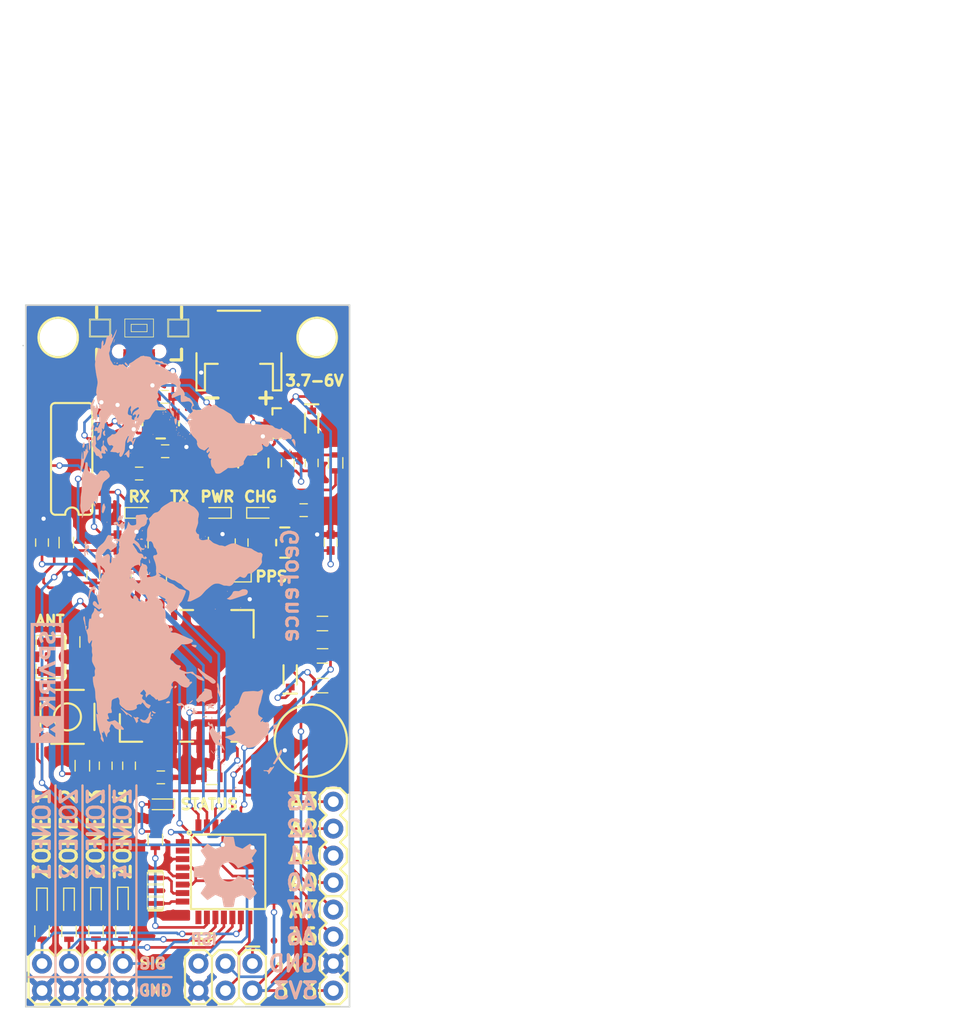
<source format=kicad_pcb>
(kicad_pcb (version 20221018) (generator pcbnew)
  (layers (0 "F.Cu" signal "Top") (31 "B.Cu" signal "Bottom") (34 "B.Paste" user) (35 "F.Paste" user) (36 "B.SilkS" user "B.Silkscreen") (37 "F.SilkS" user "F.Silkscreen") (38 "B.Mask" user) (39 "F.Mask" user) (44 "Edge.Cuts" user))
  (net 0 "")
  (net 1 "GND")
  (net 2 "Net-(C1-Pad1)")
  (net 3 "Net-(D2-PadC)")
  (net 4 "Net-(J1-PadFEED)")
  (net 5 "Net-(U1-Pad15)")
  (net 6 "Net-(U1-Pad17)")
  (net 7 "Net-(U1-Pad18)")
  (net 8 "/BACKUP")
  (net 9 "Net-(C2-Pad1)")
  (net 10 "Net-(C3-Pad1)")
  (net 11 "+3V3")
  (net 12 "/ATRESET")
  (net 13 "/DTR")
  (net 14 "Net-(C10-Pad1)")
  (net 15 "Net-(C13-Pad1)")
  (net 16 "/TXO")
  (net 17 "+5V")
  (net 18 "/MISO")
  (net 19 "/SCK")
  (net 20 "/MOSI")
  (net 21 "/A6")
  (net 22 "/A7")
  (net 23 "/A0")
  (net 24 "/D7")
  (net 25 "/D8")
  (net 26 "/D9")
  (net 27 "/D10")
  (net 28 "/PPS")
  (net 29 "Net-(Q1-Pad1)")
  (net 30 "Net-(Q1-Pad3)")
  (net 31 "/WAKE")
  (net 32 "Net-(D5-Pad2)")
  (net 33 "/~{RESET}")
  (net 34 "Net-(D6-Pad2)")
  (net 35 "Net-(D7-Pad2)")
  (net 36 "/SCL")
  (net 37 "/SDA")
  (net 38 "Net-(D8-Pad2)")
  (net 39 "/STATUS")
  (net 40 "/INT")
  (net 41 "Net-(U1-Pad19)")
  (net 42 "Net-(U1-Pad20)")
  (net 43 "Net-(U1-Pad23)")
  (net 44 "/RXI")
  (net 45 "Net-(U3-Pad10)")
  (net 46 "Net-(U3-Pad11)")
  (net 47 "Net-(U3-Pad12)")
  (net 48 "Net-(U3-Pad14)")
  (net 49 "Net-(U3-Pad15)")
  (net 50 "Net-(U4-Pad4)")
  (net 51 "/D4")
  (net 52 "/D5")
  (net 53 "/A1")
  (net 54 "/A2")
  (net 55 "/A3")
  (net 56 "Net-(D1-Pad2)")
  (net 57 "Net-(D3-Pad2)")
  (net 58 "Net-(D4-Pad2)")
  (net 59 "Net-(D9-Pad2)")
  (net 60 "Net-(C6-Pad1)")
  (net 61 "Net-(J2-PadD+)")
  (net 62 "Net-(J2-PadD-)")
  (net 63 "Net-(J2-PadSHIE)")
  (net 64 "V_BATT")
  (net 65 "Net-(D11-Pad2)")
  (net 66 "Net-(D11-Pad1)")
  (net 67 "Net-(D12-Pad2)")
  (net 68 "Net-(R16-Pad1)")
  (footprint "Capacitors_SMD:C_0603" (layer "F.Cu") (at 158.242 92.964)
    (fp_text reference "C7")
    (fp_text value "2.2uF")
  )
  (footprint "Capacitors_SMD:C_0603" (layer "F.Cu") (at 144.792 118.11)
    (fp_text reference "C8")
    (fp_text value "1.0uF")
  )
  (footprint "Capacitors_SMD:C_0603" (layer "F.Cu") (at 140.716 96.012 90)
    (fp_text reference "C9")
    (fp_text value "0.1uF")
  )
  (footprint "Capacitors_SMD:C_0603" (layer "F.Cu") (at 133.604 96.012 90)
    (fp_text reference "C10")
    (fp_text value "0.1uF")
  )
  (footprint "Capacitors_SMD:C_0603" (layer "F.Cu") (at 152.4 96.012 90)
    (fp_text reference "C11")
    (fp_text value "0.1uF")
  )
  (footprint "Capacitors_SMD:C_0603" (layer "F.Cu") (at 138.43 99.06 90)
    (fp_text reference "C12")
    (fp_text value "1.0uF")
  )
  (footprint "Capacitors_SMD:C_0603" (layer "F.Cu") (at 139.6 117.016 -90)
    (fp_text reference "C13")
    (fp_text value "0.1uF")
  )
  (footprint "Capacitors_SMD:C_0603" (layer "F.Cu") (at 141.8 117.016 -90)
    (fp_text reference "C14")
    (fp_text value "1.0uF")
  )
  (footprint "Connectors:2X4" (layer "F.Cu") (at 137.414 136.906)
    (fp_text reference "J6")
    (fp_text value "CONN_04X2")
  )
  (footprint "Clocks:RESONATOR-SMD-3.2X1.3" (layer "F.Cu") (at 144.272 128.778 -90)
    (fp_text reference "Q1")
    (fp_text value "8/16/20MHz")
  )
  (footprint "Resistors_SMD:R_0603" (layer "F.Cu") (at 160.02 109.474)
    (fp_text reference "R4")
    (fp_text value "1k")
  )
  (footprint "Resistors_SMD:R_0603" (layer "F.Cu") (at 146 99.216 90)
    (fp_text reference "R9")
    (fp_text value "10k")
  )
  (footprint "Resistors_SMD:R_0603" (layer "F.Cu") (at 136.144 132.6 90)
    (fp_text reference "R10")
    (fp_text value "470")
  )
  (footprint "Resistors_SMD:R_0603" (layer "F.Cu") (at 160.008 103.632)
    (fp_text reference "R12")
    (fp_text value "4.7k")
  )
  (footprint "Resistors_SMD:R_0603" (layer "F.Cu") (at 160.02 106.68 180)
    (fp_text reference "R13")
    (fp_text value "4.7k")
  )
  (footprint "Resistors_SMD:R_0603" (layer "F.Cu") (at 141.224 132.588 90)
    (fp_text reference "R14")
    (fp_text value "470")
  )
  (footprint "Resistors_SMD:R_0603" (layer "F.Cu") (at 144.272 123.952 -90)
    (fp_text reference "R15")
    (fp_text value "470")
  )
  (footprint "IC:SO16" (layer "F.Cu") (at 136.398 88.138 90)
    (fp_text reference "U3")
    (fp_text value "CH340G")
  )
  (footprint "IC:TQFP32-08" (layer "F.Cu") (at 151.13 127)
    (fp_text reference "U5")
    (fp_text value "ATMEGA328")
  )
  (footprint "Clocks:CRYSTAL-SMD-3.2X2.5MM" (layer "F.Cu") (at 144.78 84.836 180)
    (fp_text reference "Y1")
    (fp_text value "12MHz")
  )
  (footprint "Connectors:1X04" (layer "F.Cu") (at 161.036 138.176 90)
    (fp_text reference "J4")
    (fp_text value "CONN_04")
  )
  (footprint "SparkX:SparkX-6.8MM_COIN_CELL" (layer "F.Cu") (at 158.9151 114.6556 -135)
    (fp_text reference "B1")
    (fp_text value "COIN CELL")
  )
  (footprint "Capacitors_SMD:C_0603" (layer "F.Cu") (at 145.2 87.416)
    (fp_text reference "C1")
    (fp_text value "10pF")
  )
  (footprint "Capacitors_SMD:C_0603" (layer "F.Cu") (at 145.15 82.296 180)
    (fp_text reference "C2")
    (fp_text value "10pF")
  )
  (footprint "Capacitors_SMD:C_0603" (layer "F.Cu") (at 142.75 89.516)
    (fp_text reference "C3")
    (fp_text value "10nF")
  )
  (footprint "Capacitors_SMD:C_0603" (layer "F.Cu") (at 142.6 99.216 -90)
    (fp_text reference "C4")
    (fp_text value "0.1uF")
  )
  (footprint "LEDs:LED_0603" (layer "F.Cu") (at 152 99.216 180)
    (fp_text reference "D1")
    (fp_text value "Blue")
  )
  (footprint "DiscreteSemi:SparkFun-DiscreteSemi-SOD-323" (layer "F.Cu") (at 156.972 108.458 90)
    (fp_text reference "D2")
    (fp_text value "0.5A/40V/420mV")
  )
  (footprint "LEDs:LED_0603" (layer "F.Cu") (at 133.604 129.832 -90)
    (fp_text reference "D5")
    (fp_text value "Blue")
  )
  (footprint "LEDs:LED_0603" (layer "F.Cu") (at 136.144 129.832 -90)
    (fp_text reference "D6")
    (fp_text value "Blue")
  )
  (footprint "LEDs:LED_0603" (layer "F.Cu") (at 138.684 129.794 -90)
    (fp_text reference "D7")
    (fp_text value "Blue")
  )
  (footprint "LEDs:LED_0603" (layer "F.Cu") (at 141.224 129.756 -90)
    (fp_text reference "D8")
    (fp_text value "Blue")
  )
  (footprint "LEDs:LED_0603" (layer "F.Cu") (at 144.78 120.65 180)
    (fp_text reference "D9")
    (fp_text value "Blue")
  )
  (footprint "Inductors_SMD:L_0603" (layer "F.Cu") (at 137.4 117.016 90)
    (fp_text reference "FB1")
    (fp_text value "600Ohm/100MHz")
  )
  (footprint "SparkX:SparkX-U.FL" (layer "F.Cu") (at 134.35 106.766)
    (fp_text reference "J1")
    (fp_text value "U.FL")
  )
  (footprint "Connectors:USB-B-MICRO-SMD" (layer "F.Cu") (at 142.748 75.819 -90)
    (fp_text reference "J2")
    (fp_text value "microB")
  )
  (footprint "Connectors:2X3" (layer "F.Cu") (at 153.416 135.636 180)
    (fp_text reference "J3")
    (fp_text value "AVR_SPI_PROG_3X2PTH")
  )
  (footprint "Connectors:1X04" (layer "F.Cu") (at 161.036 128.016 90)
    (fp_text reference "J5")
    (fp_text value "CONN_04")
  )
  (footprint "Aesthetics:FIDUCIAL-MICRO" (layer "F.Cu") (at 155.448 133.477)
    (fp_text reference "JP2")
    (fp_text value "FIDUCIALUFIDUCIAL")
  )
  (footprint "Aesthetics:FIDUCIAL-MICRO" (layer "F.Cu") (at 132.842 80.518)
    (fp_text reference "JP6")
    (fp_text value "FIDUCIALUFIDUCIAL")
  )
  (footprint "Inductors_SMD:L_0603" (layer "F.Cu") (at 137.85 105.366 90)
    (fp_text reference "L1")
    (fp_text value "33nH/~{5%/500mA}")
  )
  (footprint "Resistors_SMD:R_0603" (layer "F.Cu") (at 146.5 96.012 90)
    (fp_text reference "R1")
    (fp_text value "1k")
  )
  (footprint "Resistors_SMD:R_0603" (layer "F.Cu") (at 144.272 96.012 -90)
    (fp_text reference "R2")
    (fp_text value "470")
  )
  (footprint "Resistors_SMD:R_0603" (layer "F.Cu") (at 148.4 99.216 -90)
    (fp_text reference "R3")
    (fp_text value "470")
  )
  (footprint "Resistors_SMD:R_0603" (layer "F.Cu") (at 135.89 96.012 -90)
    (fp_text reference "R6")
    (fp_text value "10k")
  )
  (footprint "Resistors_SMD:R_0603" (layer "F.Cu") (at 149.606 118.11 180)
    (fp_text reference "R7")
    (fp_text value "10k")
  )
  (footprint "Resistors_SMD:R_0603" (layer "F.Cu") (at 133.604 132.588 90)
    (fp_text reference "R8")
    (fp_text value "470")
  )
  (footprint "Resistors_SMD:R_0603" (layer "F.Cu") (at 138.684 132.576 90)
    (fp_text reference "R11")
    (fp_text value "470")
  )
  (footprint "Switches:TACTILE_SWITCH_SMD_5.2MM" (layer "F.Cu") (at 136 112.416)
    (fp_text reference "S1")
    (fp_text value "Reset")
  )
  (footprint "SparkX:SparkX-TITAN_X1_GPS" (layer "F.Cu") (at 147.2311 108.5596)
    (fp_text reference "U1")
    (fp_text value "TITAN X1 GPS")
  )
  (footprint "Capacitors_SMD:C_0603" (layer "F.Cu") (at 159 88.516 -90)
    (fp_text reference "C15")
    (fp_text value "4.7uF")
  )
  (footprint "DiscreteSemi:SparkFun-DiscreteSemi-SOD-323" (layer "F.Cu") (at 159 84.766 -90)
    (fp_text reference "D10")
    (fp_text value "BAT20J")
  )
  (footprint "DiscreteSemi:SparkFun-DiscreteSemi-SOT23-3" (layer "F.Cu") (at 156 84.766 90)
    (fp_text reference "Q2")
    (fp_text value "2.5A/30V")
  )
  (footprint "Resistors_SMD:R_0603" (layer "F.Cu") (at 148.75 86.016 180)
    (fp_text reference "R16")
    (fp_text value "2.0k")
  )
  (footprint "Resistors_SMD:R_0603" (layer "F.Cu") (at 161.25 88.516 -90)
    (fp_text reference "R17")
    (fp_text value "1k")
  )
  (footprint "IC:SOT23-5" (layer "F.Cu") (at 153.5 88.516)
    (fp_text reference "U6")
    (fp_text value "MCP73831")
  )
  (footprint "Capacitors_SMD:C_0603" (layer "F.Cu") (at 156.75 88.516 90)
    (fp_text reference "C5")
    (fp_text value "4.7uF")
  )
  (footprint "Capacitors_SMD:C_0603" (layer "F.Cu") (at 160.782 96.012 90)
    (fp_text reference "C6")
    (fp_text value "1.0uF")
  )
  (footprint "IC:SOT23-5" (layer "F.Cu") (at 156.464 96.012 90)
    (fp_text reference "U4")
    (fp_text value "AP2112K-3.3V")
  )
  (footprint "LEDs:LED_0603" (layer "F.Cu") (at 146.558 93.218)
    (fp_text reference "D3")
    (fp_text value "Yellow")
  )
  (footprint "LEDs:LED_0603" (layer "F.Cu") (at 142.71 93.218)
    (fp_text reference "D4")
    (fp_text value "GREEN")
  )
  (footprint "LEDs:LED_0603" (layer "F.Cu") (at 154.178 93.218)
    (fp_text reference "D11")
    (fp_text value "Yellow")
  )
  (footprint "LEDs:LED_0603" (layer "F.Cu") (at 150.114 93.218 180)
    (fp_text reference "D12")
    (fp_text value "Red")
  )
  (footprint "Connectors:JST-2-SMD" (layer "F.Cu") (at 152.146 77.1906)
    (fp_text reference "JP8")
    (fp_text value "LiPo")
  )
  (footprint "Resistors_SMD:R_0603" (layer "F.Cu") (at 148.75 84.266 180)
    (fp_text reference "R5")
    (fp_text value "10k")
  )
  (footprint "Resistors_SMD:R_0603" (layer "F.Cu") (at 148.59 96.012 90)
    (fp_text reference "R18")
    (fp_text value "1k")
  )
  (footprint "Hardware:STAND-OFF" (layer "F.Cu") (at 159.512 76.708)
    (fp_text reference "H1")
    (fp_text value "STAND-OFF")
  )
  (footprint "Hardware:STAND-OFF" (layer "F.Cu") (at 135.128 76.708)
    (fp_text reference "H2")
    (fp_text value "STAND-OFF")
  )
  (footprint "Custom_Silk:worldmap_silk" (layer "B.Cu") (at 147.32 98.298 -90)
    (fp_text reference "G***" hide)
    (fp_text value "LOGO" hide)
  )
  (footprint "Custom_Silk:SparkX_Logo" (layer "B.Cu") (at 134.112 109.22 -90)
    (fp_text reference "G***")
    (fp_text value "LOGO")
  )
  (footprint "Symbols:OSHW-Symbol_6.7x6mm_SilkScreen" (layer "B.Cu") (at 150.876 127 -90)
    (fp_text reference "REF***")
    (fp_text value "OSHW-Symbol_6.7x6mm_SilkScreen")
  )
  (gr_line (start 139.954 118.872) (end 139.954 138.684) (stroke (width 0.2)) (layer "B.SilkS"))
  (gr_line (start 142.494 118.872) (end 142.494 138.684) (stroke (width 0.2)) (layer "B.SilkS"))
  (gr_line (start 137.414 118.872) (end 137.414 138.684) (stroke (width 0.2)) (layer "B.SilkS"))
  (gr_line (start 134.874 118.872) (end 134.874 138.684) (stroke (width 0.2)) (layer "B.SilkS"))
  (gr_line (start 132.334 136.906) (end 145.796 136.906) (stroke (width 0.2)) (layer "B.SilkS"))
  (gr_line (start 142.494 134.874) (end 142.494 118.872) (stroke (width 0.2)) (layer "F.SilkS"))
  (gr_line (start 134.874 138.684) (end 134.874 118.872) (stroke (width 0.2)) (layer "F.SilkS"))
  (gr_line (start 132.334 136.906) (end 145.796 136.906) (stroke (width 0.2)) (layer "F.SilkS"))
  (gr_line (start 137.414 138.684) (end 137.414 118.872) (stroke (width 0.2)) (layer "F.SilkS"))
  (gr_line (start 139.954 138.684) (end 139.954 118.872) (stroke (width 0.2)) (layer "F.SilkS"))
  (gr_line (start 132.08 139.7) (end 132.08 139.7) (stroke (width 0.15)) (layer "Edge.Cuts"))
  (gr_line (start 131.826 77.47) (end 131.826 77.47) (stroke (width 0.15)) (layer "Edge.Cuts"))
  (gr_line (start 162.56 73.66) (end 162.56 139.7) (stroke (width 0.15)) (layer "Edge.Cuts"))
  (gr_line (start 132.08 139.7) (end 132.08 73.66) (stroke (width 0.15)) (layer "Edge.Cuts"))
  (gr_line (start 162.56 73.66) (end 132.08 73.66) (stroke (width 0.15)) (layer "Edge.Cuts"))
  (gr_line (start 132.08 139.7) (end 162.56 139.7) (stroke (width 0.15)) (layer "Edge.Cuts"))
  (gr_text "ZONE 1" (at 133.604 123.444 90) (layer "B.SilkS") (effects (font (size 1.5 1.5) (thickness 0.3)) (justify mirror)))
  (gr_text "ZONE 2" (at 136.144 123.444 90) (layer "B.SilkS") (effects (font (size 1.5 1.5) (thickness 0.3)) (justify mirror)))
  (gr_text "ZONE 3\n" (at 138.684 123.444 90) (layer "B.SilkS") (effects (font (size 1.5 1.5) (thickness 0.3)) (justify mirror)))
  (gr_text "ZONE 4" (at 141.224 123.444 90) (layer "B.SilkS") (effects (font (size 1.5 1.5) (thickness 0.3)) (justify mirror)))
  (gr_text "SIG" (at 144.018 135.636) (layer "B.SilkS") (effects (font (size 1 1) (thickness 0.25)) (justify mirror)))
  (gr_text "GND" (at 144.272 138.176) (layer "B.SilkS") (effects (font (size 1 1) (thickness 0.25)) (justify mirror)))
  (gr_text "ISP" (at 148.844 133.35) (layer "B.SilkS") (effects (font (size 1 1) (thickness 0.25)) (justify mirror)))
  (gr_text "3V3" (at 157.48 138.176) (layer "B.SilkS") (effects (font (size 1.5 1.5) (thickness 0.3)) (justify mirror)))
  (gr_text "GND" (at 157.226 135.636) (layer "B.SilkS") (effects (font (size 1.5 1.5) (thickness 0.3)) (justify mirror)))
  (gr_text "A6" (at 157.988 133.096) (layer "B.SilkS") (effects (font (size 1.5 1.5) (thickness 0.3)) (justify mirror)))
  (gr_text "A7" (at 157.988 130.556) (layer "B.SilkS") (effects (font (size 1.5 1.5) (thickness 0.3)) (justify mirror)))
  (gr_text "A0" (at 157.988 128.016) (layer "B.SilkS") (effects (font (size 1.5 1.5) (thickness 0.3)) (justify mirror)))
  (gr_text "A1" (at 157.988 125.476) (layer "B.SilkS") (effects (font (size 1.5 1.5) (thickness 0.3)) (justify mirror)))
  (gr_text "A2" (at 157.988 122.936) (layer "B.SilkS") (effects (font (size 1.5 1.5) (thickness 0.3)) (justify mirror)))
  (gr_text "A3" (at 157.988 120.396) (layer "B.SilkS") (effects (font (size 1.5 1.5) (thickness 0.3)) (justify mirror)))
  (gr_text "GeoFence" (at 156.972 100.076 90) (layer "B.SilkS") (effects (font (size 1.5 1.5) (thickness 0.3)) (justify mirror)))
  (gr_text "TX" (at 146.558 91.694) (layer "F.SilkS") (effects (font (size 1 1) (thickness 0.25))))
  (gr_text "A6" (at 158.242 133.096) (layer "F.SilkS") (effects (font (size 1.5 1.5) (thickness 0.3))))
  (gr_text "PWR" (at 150.114 91.694) (layer "F.SilkS") (effects (font (size 1 1) (thickness 0.25))))
  (gr_text "GND" (at 144.272 138.176) (layer "F.SilkS") (effects (font (size 1 1) (thickness 0.25))))
  (gr_text "+" (at 154.686 82.296) (layer "F.SilkS") (effects (font (size 1.5 1.5) (thickness 0.3))))
  (gr_text "3V3" (at 157.48 138.176) (layer "F.SilkS") (effects (font (size 1.5 1.5) (thickness 0.3))))
  (gr_text "-" (at 149.606 82.296) (layer "F.SilkS") (effects (font (size 1.5 1.5) (thickness 0.3))))
  (gr_text "GND" (at 157.226 135.636) (layer "F.SilkS") (effects (font (size 1.5 1.5) (thickness 0.3))))
  (gr_text "SIG" (at 144.018 135.636) (layer "F.SilkS") (effects (font (size 1 1) (thickness 0.25))))
  (gr_text "STATUS" (at 149.352 120.65) (layer "F.SilkS") (effects (font (size 1 1) (thickness 0.25))))
  (gr_text "CHG" (at 154.178 91.694) (layer "F.SilkS") (effects (font (size 1 1) (thickness 0.25))))
  (gr_text "ZONE 1" (at 133.604 123.444 90) (layer "F.SilkS") (effects (font (size 1.5 1.5) (thickness 0.3))))
  (gr_text "RX" (at 142.748 91.694) (layer "F.SilkS") (effects (font (size 1 1) (thickness 0.25))))
  (gr_text "A3" (at 158.242 120.396) (layer "F.SilkS") (effects (font (size 1.5 1.5) (thickness 0.3))))
  (gr_text "3.7-6V" (at 159.258 80.772) (layer "F.SilkS") (effects (font (size 1 1) (thickness 0.25))))
  (gr_text "ANT" (at 134.366 103.378) (layer "F.SilkS") (effects (font (size 1 1) (thickness 0.25))))
  (gr_text "PPS" (at 155.2 99.216) (layer "F.SilkS") (effects (font (size 1 1) (thickness 0.25))))
  (gr_text "ISP" (at 148.844 133.35) (layer "F.SilkS") (effects (font (size 1 1) (thickness 0.25))))
  (gr_text "ZONE 2" (at 136.144 123.444 90) (layer "F.SilkS") (effects (font (size 1.5 1.5) (thickness 0.3))))
  (gr_text "A0" (at 158.242 128.016) (layer "F.SilkS") (effects (font (size 1.5 1.5) (thickness 0.3))))
  (gr_text "A7" (at 158.242 130.556) (layer "F.SilkS") (effects (font (size 1.5 1.5) (thickness 0.3))))
  (gr_text "A2" (at 158.242 122.936) (layer "F.SilkS") (effects (font (size 1.5 1.5) (thickness 0.3))))
  (gr_text "ZONE 3\n" (at 138.684 123.444 90) (layer "F.SilkS") (effects (font (size 1.5 1.5) (thickness 0.3))))
  (gr_text "ZONE 4" (at 141.224 123.444 90) (layer "F.SilkS") (effects (font (size 1.5 1.5) (thickness 0.3))))
  (gr_text "A1" (at 158.242 125.476) (layer "F.SilkS") (effects (font (size 1.5 1.5) (thickness 0.3))))
  (segment (start 145.9524 125.80112) (end 146.8374 125.80112) (width 0.25) (layer "F.Cu") (net 1))
  (segment (start 142.23219 105.55986) (end 142.27605 105.516) (width 0.25) (layer "F.Cu") (net 1))
  (segment (start 134.747 83.693) (end 133.59892 83.693) (width 0.25) (layer "F.Cu") (net 1))
  (segment (start 145.542 126.21152) (end 145.9524 125.80112) (width 0.25) (layer "F.Cu") (net 1))
  (segment (start 142.89024 83.96224) (end 142.24 83.312) (width 0.25) (layer "F.Cu") (net 1))
  (segment (start 136.706 98.31) (end 136 99.016) (width 0.25) (layer "F.Cu") (net 1))
  (segment (start 145.9524 127.39878) (end 145.542 126.98838) (width 0.25) (layer "F.Cu") (net 1))
  (segment (start 145.95 85.71324) (end 145.95348 85.70976) (width 0.25) (layer "F.Cu") (net 1))
  (segment (start 143.5 88.516) (end 142 87.016) (width 0.25) (layer "F.Cu") (net 1))
  (segment (start 150.914 91.73) (end 150.914 93.218) (width 0.25) (layer "F.Cu") (net 1))
  (segment (start 156.464 116.04703) (end 156.464 115.57) (width 0.25) (layer "F.Cu") (net 1))
  (segment (start 143 107.766) (end 142.80584 107.96016) (width 0.25) (layer "F.Cu") (net 1))
  (segment (start 157.76194 96.012) (end 158.75 96.012) (width 0.25) (layer "F.Cu") (net 1))
  (segment (start 152.8 100.984) (end 153.162 101.346) (width 0.25) (layer "F.Cu") (net 1))
  (segment (start 141.45006 80.20939) (end 141.478 80.23733) (width 0.25) (layer "F.Cu") (net 1))
  (segment (start 143.3 82.85581) (end 143.3 82.516) (width 0.25) (layer "F.Cu") (net 1))
  (segment (start 142.80584 107.96016) (end 140.9827 107.96016) (width 0.25) (layer "F.Cu") (net 1))
  (segment (start 142.6 99.966) (end 142.6 99.991) (width 0.25) (layer "F.Cu") (net 1))
  (segment (start 141.478 81.026) (end 137.414 81.026) (width 0.25) (layer "F.Cu") (net 1))
  (segment (start 159 89.266) (end 158.225 89.266) (width 0.25) (layer "F.Cu") (net 1))
  (segment (start 140.9827 110.35792) (end 140.9827 107.96016) (width 0.25) (layer "F.Cu") (net 1))
  (segment (start 158 89.041) (end 158 88.016) (width 0.25) (layer "F.Cu") (net 1))
  (segment (start 151.14778 80.88884) (end 149.46884 80.88884) (width 0.25) (layer "F.Cu") (net 1))
  (segment (start 150.914 93.218) (end 150.914 94.902) (width 0.25) (layer "F.Cu") (net 1))
  (segment (start 140.97 94.234) (end 141.732 94.234) (width 0.25) (layer "F.Cu") (net 1))
  (segment (start 140.9827 105.55986) (end 142.23219 105.55986) (width 0.25) (layer "F.Cu") (net 1))
  (segment (start 150.646 95.262) (end 150.6 95.216) (width 0.25) (layer "F.Cu") (net 1))
  (segment (start 143.60652 83.16233) (end 143.3 82.85581) (width 0.25) (layer "F.Cu") (net 1))
  (segment (start 141.45006 78.92288) (end 141.45006 79.502) (width 0.25) (layer "F.Cu") (net 1))
  (segment (start 139.19708 92.583) (end 139.19708 93.13272) (width 0.25) (layer "F.Cu") (net 1))
  (segment (start 141.45006 79.502) (end 141.45006 80.01) (width 0.25) (layer "F.Cu") (net 1))
  (segment (start 141.45006 80.01) (end 141.45006 80.20939) (width 0.25) (layer "F.Cu") (net 1))
  (segment (start 140.9827 109.15904) (end 140.9827 107.96016) (width 0.25) (layer "F.Cu") (net 1))
  (segment (start 138.43 98.31) (end 136.706 98.31) (width 0.25) (layer "F.Cu") (net 1))
  (segment (start 139.192 93.726) (end 140.462 93.726) (width 0.25) (layer "F.Cu") (net 1))
  (segment (start 152.8 99.216) (end 152.8 100.984) (width 0.25) (layer "F.Cu") (net 1))
  (segment (start 158 88.016) (end 157.75 87.766) (width 0.25) (layer "F.Cu") (net 1))
  (segment (start 145.95 87.416) (end 145.95 85.71324) (width 0.25) (layer "F.Cu") (net 1))
  (segment (start 142.27605 105.516) (end 143 105.516) (width 0.25) (layer "F.Cu") (net 1))
  (segment (start 143.60652 83.96224) (end 142.89024 83.96224) (width 0.25) (layer "F.Cu") (net 1))
  (segment (start 158.75 96.012) (end 159.512 95.25) (width 0.25) (layer "F.Cu") (net 1))
  (segment (start 150.914 94.902) (end 150.6 95.216) (width 0.25) (layer "F.Cu") (net 1))
  (segment (start 139.192 103.21944) (end 139.192 102.87) (width 0.25) (layer "F.Cu") (net 1))
  (segment (start 136.906 98.31) (end 138.43 98.31) (width 0.25) (layer "F.Cu") (net 1))
  (segment (start 146.8 87.416) (end 147.2 87.016) (width 0.25) (layer "F.Cu") (net 1))
  (segment (start 133.604 93.912) (end 133.75 93.766) (width 0.25) (layer "F.Cu") (net 1))
  (segment (start 140.462 93.726) (end 140.97 94.234) (width 0.25) (layer "F.Cu") (net 1))
  (segment (start 140.9827 105.01014) (end 139.192 103.21944) (width 0.25) (layer "F.Cu") (net 1))
  (segment (start 141.732 94.234) (end 142.494 94.996) (width 0.25) (layer "F.Cu") (net 1))
  (segment (start 143.52 82.296) (end 144.4 82.296) (width 0.25) (layer "F.Cu") (net 1))
  (segment (start 146.8374 127.39878) (end 145.9524 127.39878) (width 0.25) (layer "F.Cu") (net 1))
  (segment (start 143.60652 83.96224) (end 143.60652 83.16233) (width 0.25) (layer "F.Cu") (net 1))
  (segment (start 145.95 87.416) (end 146.8 87.416) (width 0.25) (layer "F.Cu") (net 1))
  (segment (start 142.23219 107.96016) (end 142.28803 108.016) (width 0.25) (layer "F.Cu") (net 1))
  (segment (start 149.46884 80.88884) (end 148.59 80.01) (width 0.25) (layer "F.Cu") (net 1))
  (segment (start 145.542 118.11) (end 145.542 116.874) (width 0.25) (layer "F.Cu") (net 1))
  (segment (start 145.542 126.98838) (end 145.542 126.21152) (width 0.25) (layer "F.Cu") (net 1))
  (segment (start 149.09604 89.91204) (end 150.914 91.73) (width 0.25) (layer "F.Cu") (net 1))
  (segment (start 139.19708 93.13272) (end 139.192 93.1378) (width 0.25) (layer "F.Cu") (net 1))
  (segment (start 143.5 89.516) (end 143.5 88.891) (width 0.25) (layer "F.Cu") (net 1))
  (segment (start 143 105.516) (end 143 107.766) (width 0.25) (layer "F.Cu") (net 1))
  (segment (start 145.542 116.874) (end 146.03222 116.38378) (width 0.25) (layer "F.Cu") (net 1))
  (segment (start 152.4 95.262) (end 150.646 95.262) (width 0.25) (layer "F.Cu") (net 1))
  (segment (start 155.4226 126.60122) (end 154.5376 126.60122) (width 0.25) (layer "F.Cu") (net 1))
  (segment (start 158.225 89.266) (end 158 89.041) (width 0.25) (layer "F.Cu") (net 1))
  (segment (start 141.45006 79.68488) (end 141.45006 80.01) (width 0.25) (layer "F.Cu") (net 1))
  (segment (start 153.416 125.47962) (end 153.416 124.714) (width 0.25) (layer "F.Cu") (net 1))
  (segment (start 157.75 87.766) (end 156.75 87.766) (width 0.25) (layer "F.Cu") (net 1))
  (segment (start 154.5376 126.60122) (end 153.416 125.47962) (width 0.25) (layer "F.Cu") (net 1))
  (segment (start 149.09604 89.0437) (end 149.09604 89.91204) (width 0.25) (layer "F.Cu") (net 1))
  (segment (start 137.414 81.026) (end 134.747 83.693) (width 0.25) (layer "F.Cu") (net 1))
  (segment (start 133.604 95.262) (end 133.604 93.912) (width 0.25) (layer "F.Cu") (net 1))
  (segment (start 159.004 92.952) (end 158.992 92.964) (width 0.25) (layer "F.Cu") (net 1))
  (segment (start 140.9827 107.96016) (end 142.23219 107.96016) (width 0.25) (layer "F.Cu") (net 1))
  (segment (start 140.9827 105.55986) (end 140.9827 105.01014) (width 0.25) (layer "F.Cu") (net 1))
  (segment (start 146.03222 116.38378) (end 146.03222 114.808) (width 0.25) (layer "F.Cu") (net 1))
  (segment (start 141.45006 78.54188) (end 141.45006 79.502) (width 0.25) (layer "F.Cu") (net 1))
  (segment (start 143.5 88.891) (end 143.5 88.516) (width 0.25) (layer "F.Cu") (net 1))
  (segment (start 139.192 93.1378) (end 139.192 93.726) (width 0.25) (layer "F.Cu") (net 1))
  (segment (start 154.942235 117.568795) (end 156.464 116.04703) (width 0.25) (layer "F.Cu") (net 1))
  (segment (start 141.478 80.23733) (end 141.478 81.026) (width 0.25) (layer "F.Cu") (net 1))
  (via (at 136.2 99.016) (size 0.6) (drill 0.4) (layers "F.Cu" "B.Cu") (net 1))
  (via (at 133.75 93.766) (size 0.6) (drill 0.4) (layers "F.Cu" "B.Cu") (net 1))
  (via (at 150.6 95.216) (size 0.6) (drill 0.4) (layers "F.Cu" "B.Cu") (net 1))
  (via (at 142 87.016) (size 0.6) (drill 0.4) (layers "F.Cu" "B.Cu") (net 1))
  (via (at 139.192 102.87) (size 0.6) (drill 0.4) (layers "F.Cu" "B.Cu") (net 1))
  (via (at 153.416 124.714) (size 0.6) (drill 0.4) (layers "F.Cu" "B.Cu") (net 1))
  (via (at 159.512 95.25) (size 0.6) (drill 0.4) (layers "F.Cu" "B.Cu") (net 1))
  (via (at 156.464 115.57) (size 0.6) (drill 0.4) (layers "F.Cu" "B.Cu") (net 1))
  (via (at 153.162 101.346) (size 0.6) (drill 0.4) (layers "F.Cu" "B.Cu") (net 1))
  (via (at 148.59 80.01) (size 0.6) (drill 0.4) (layers "F.Cu" "B.Cu") (net 1))
  (via (at 147.2 87.016) (size 0.6) (drill 0.4) (layers "F.Cu" "B.Cu") (net 1))
  (via (at 142.494 94.996) (size 0.6) (drill 0.4) (layers "F.Cu" "B.Cu") (net 1))
  (segment (start 153.162 101.346) (end 153.461999 101.046001) (width 0.25) (layer "B.Cu") (net 1))
  (segment (start 150.899999 95.515999) (end 150.6 95.216) (width 0.25) (layer "B.Cu") (net 1))
  (segment (start 143.4 87.216) (end 143.4 86.816) (width 0.25) (layer "F.Cu") (net 2))
  (segment (start 142.60576 85.70976) (end 142.24 85.344) (width 0.25) (layer "F.Cu") (net 2))
  (segment (start 143.4 86.816) (end 143.60652 86.60948) (width 0.25) (layer "F.Cu") (net 2))
  (segment (start 143.60652 86.60948) (end 143.60652 85.70976) (width 0.25) (layer "F.Cu") (net 2))
  (segment (start 143.60652 85.70976) (end 142.75708 85.70976) (width 0.25) (layer "F.Cu") (net 2))
  (segment (start 140.081 84.963) (end 140.462 84.582) (width 0.25) (layer "F.Cu") (net 2))
  (segment (start 139.19708 84.963) (end 140.081 84.963) (width 0.25) (layer "F.Cu") (net 2))
  (segment (start 143.6 87.416) (end 143.4 87.216) (width 0.25) (layer "F.Cu") (net 2))
  (segment (start 144.45 87.416) (end 143.6 87.416) (width 0.25) (layer "F.Cu") (net 2))
  (segment (start 142.75708 85.70976) (end 142.60576 85.70976) (width 0.25) (layer "F.Cu") (net 2))
  (via (at 140.462 84.582) (size 0.6) (drill 0.4) (layers "F.Cu" "B.Cu") (net 2))
  (via (at 142.24 85.344) (size 0.6) (drill 0.4) (layers "F.Cu" "B.Cu") (net 2))
  (segment (start 142.24 85.344) (end 141.224 85.344) (width 0.25) (layer "B.Cu") (net 2))
  (segment (start 141.224 85.344) (end 140.462 84.582) (width 0.25) (layer "B.Cu") (net 2))
  (segment (start 156.52704 110.616) (end 155.8 110.616) (width 0.25) (layer "F.Cu") (net 3))
  (segment (start 156.972 109.60608) (end 156.972 110.17104) (width 0.25) (layer "F.Cu") (net 3))
  (segment (start 159.27 109.474) (end 159.27 108.886) (width 0.25) (layer "F.Cu") (net 3))
  (segment (start 159.27 108.886) (end 158.6 108.216) (width 0.25) (layer "F.Cu") (net 3))
  (segment (start 156.972 110.17104) (end 156.52704 110.616) (width 0.25) (layer "F.Cu") (net 3))
  (via (at 155.8 110.616) (size 0.6) (drill 0.4) (layers "F.Cu" "B.Cu") (net 3))
  (via (at 158.6 108.216) (size 0.6) (drill 0.4) (layers "F.Cu" "B.Cu") (net 3))
  (segment (start 155.8 110.616) (end 158.2 108.216) (width 0.25) (layer "B.Cu") (net 3))
  (segment (start 158.2 108.216) (end 158.6 108.216) (width 0.25) (layer "B.Cu") (net 3))
  (segment (start 139.7097 106.766) (end 135.874 106.766) (width 1.397) (layer "F.Cu") (net 4))
  (segment (start 140.9811 106.7596) (end 139.7161 106.7596) (width 1.397) (layer "F.Cu") (net 4))
  (segment (start 137.85 106.616) (end 137.99528 106.76128) (width 0.25) (layer "F.Cu") (net 4))
  (segment (start 139.73321 106.76128) (end 140.9827 106.76128) (width 0.25) (layer "F.Cu") (net 4))
  (segment (start 137.85 106.116) (end 137.85 106.616) (width 0.25) (layer "F.Cu") (net 4))
  (segment (start 137.99528 106.76128) (end 139.73321 106.76128) (width 0.25) (layer "F.Cu") (net 4))
  (segment (start 139.7161 106.7596) (end 139.7097 106.766) (width 0.25) (layer "F.Cu") (net 4))
  (segment (start 152.8572 119.7864) (end 152.4508 119.38) (width 0.25) (layer "F.Cu") (net 8))
  (segment (start 160.77 109.474) (end 160.77 113.86037) (width 0.25) (layer "F.Cu") (net 8))
  (segment (start 144.042 118.896) (end 144.042 118.11) (width 0.25) (layer "F.Cu") (net 8))
  (segment (start 152.4508 119.38) (end 144.526 119.38) (width 0.25) (layer "F.Cu") (net 8))
  (segment (start 144.042 117.07) (end 144.83334 116.27866) (width 0.25) (layer "F.Cu") (net 8))
  (segment (start 144.83334 116.27866) (end 144.83334 114.808) (width 0.25) (layer "F.Cu") (net 8))
  (segment (start 144.526 119.38) (end 144.042 118.896) (width 0.25) (layer "F.Cu") (net 8))
  (segment (start 156.001905 118.628465) (end 154.84397 119.7864) (width 0.25) (layer "F.Cu") (net 8))
  (segment (start 154.84397 119.7864) (end 152.8572 119.7864) (width 0.25) (layer "F.Cu") (net 8))
  (segment (start 144.042 118.11) (end 144.042 117.07) (width 0.25) (layer "F.Cu") (net 8))
  (segment (start 160.77 113.86037) (end 156.001905 118.628465) (width 0.25) (layer "F.Cu") (net 8))
  (segment (start 145.923 79.883) (end 145.923 82.273) (width 0.25) (layer "F.Cu") (net 9))
  (segment (start 139.19708 82.80908) (end 139.192 82.804) (width 0.25) (layer "F.Cu") (net 9))
  (segment (start 139.19708 83.693) (end 139.19708 82.80908) (width 0.25) (layer "F.Cu") (net 9))
  (segment (start 145.923 82.273) (end 145.9 82.296) (width 0.25) (layer "F.Cu") (net 9))
  (segment (start 145.95348 82.34948) (end 145.9 82.296) (width 0.25) (layer "F.Cu") (net 9))
  (segment (start 145.95348 83.96224) (end 145.95348 82.34948) (width 0.25) (layer "F.Cu") (net 9))
  (via (at 145.923 79.883) (size 0.6) (drill 0.4) (layers "F.Cu" "B.Cu") (net 9))
  (via (at 139.192 82.804) (size 0.6) (drill 0.4) (layers "F.Cu" "B.Cu") (net 9))
  (segment (start 139.192 82.804) (end 142.113 79.883) (width 0.25) (layer "B.Cu") (net 9))
  (segment (start 142.113 79.883) (end 145.923 79.883) (width 0.25) (layer "B.Cu") (net 9))
  (segment (start 142 89.516) (end 141.35 89.516) (width 0.25) (layer "F.Cu") (net 10))
  (segment (start 140.607 88.773) (end 140.04652 88.773) (width 0.25) (layer "F.Cu") (net 10))
  (segment (start 140.04652 88.773) (end 139.19708 88.773) (width 0.25) (layer "F.Cu") (net 10))
  (segment (start 141.35 89.516) (end 140.607 88.773) (width 0.25) (layer "F.Cu") (net 10))
  (segment (start 155.16606 97.50806) (end 155.16606 96.96196) (width 0.25) (layer "F.Cu") (net 11))
  (segment (start 156.06204 96.96196) (end 154.95206 96.96196) (width 0.25) (layer "F.Cu") (net 11))
  (segment (start 155.16606 96.96196) (end 152.59996 96.96196) (width 0.25) (layer "F.Cu") (net 11))
  (segment (start 160.782 103.408) (end 160.782 103.124) (width 0.25) (layer "F.Cu") (net 11))
  (segment (start 157.988 112.776) (end 158.242 112.522) (width 0.25) (layer "F.Cu") (net 11))
  (segment (start 146 98.466) (end 145.3 98.466) (width 0.25) (layer "F.Cu") (net 11))
  (segment (start 144.378 97.544) (end 144.272 97.544) (width 0.25) (layer "F.Cu") (net 11))
  (segment (start 138.43 101.586) (end 137.85 102.166) (width 0.25) (layer "F.Cu") (net 11))
  (segment (start 147.7224 126.60122) (end 148.082 126.96082) (width 0.25) (layer "F.Cu") (net 11))
  (segment (start 152.4 96.762) (end 148.59 96.762) (width 0.25) (layer "F.Cu") (net 11))
  (segment (start 137.85 102.166) (end 137.2 101.516) (width 0.25) (layer "F.Cu") (net 11))
  (segment (start 145.3 98.466) (end 144.378 97.544) (width 0.25) (layer "F.Cu") (net 11))
  (segment (start 134.75 98.016) (end 134.75 95.516) (width 0.25) (layer "F.Cu") (net 11))
  (segment (start 134.75 95.516) (end 135.004 95.262) (width 0.25) (layer "F.Cu") (net 11))
  (segment (start 148.082 127.83928) (end 147.7224 128.19888) (width 0.25) (layer "F.Cu") (net 11))
  (segment (start 138.43 99.81) (end 136.956 99.81) (width 0.25) (layer "F.Cu") (net 11))
  (segment (start 135.004 95.262) (end 135.89 95.262) (width 0.25) (layer "F.Cu") (net 11))
  (segment (start 133.59892 92.583) (end 134.44836 92.583) (width 0.25) (layer "F.Cu") (net 11))
  (segment (start 140.95 98.466) (end 142.6 98.466) (width 0.25) (layer "F.Cu") (net 11))
  (segment (start 135.69 95.262) (end 135.89 95.262) (width 0.25) (layer "F.Cu") (net 11))
  (segment (start 157.5 92.956) (end 157.492 92.964) (width 0.25) (layer "F.Cu") (net 11))
  (segment (start 156.972 107.87488) (end 156.972 107.30992) (width 0.25) (layer "F.Cu") (net 11))
  (segment (start 138.43 99.81) (end 138.43 101.586) (width 0.25) (layer "F.Cu") (net 11))
  (segment (start 148.082 126.96082) (end 148.082 127.83928) (width 0.25) (layer "F.Cu") (net 11))
  (segment (start 136.5 100.266) (end 134.25 100.266) (width 0.25) (layer "F.Cu") (net 11))
  (segment (start 148.59 96.762) (end 147.2 96.762) (width 0.25) (layer "F.Cu") (net 11))
  (segment (start 156.3076 128.99898) (end 155.4226 128.99898) (width 0.25) (layer "F.Cu") (net 11))
  (segment (start 143.35 98.466) (end 144.272 97.544) (width 0.25) (layer "F.Cu") (net 11))
  (segment (start 139.606 99.81) (end 140.95 98.466) (width 0.25) (layer "F.Cu") (net 11))
  (segment (start 158.242 112.522) (end 158.242 109.14488) (width 0.25) (layer "F.Cu") (net 11))
  (segment (start 148.082 127.83928) (end 153.23928 127.83928) (width 0.25) (layer "F.Cu") (net 11))
  (segment (start 156.718 134.874) (end 153.416 138.176) (width 0.25) (layer "F.Cu") (net 11))
  (segment (start 147.7224 128.19888) (end 146.8374 128.19888) (width 0.25) (layer "F.Cu") (net 11))
  (segment (start 137.85 102.166) (end 137.85 104.616) (width 0.25) (layer "F.Cu") (net 11))
  (segment (start 160.782 103.124) (end 155.16606 97.50806) (width 0.25) (layer "F.Cu") (net 11))
  (segment (start 138.43 99.785) (end 138.43 99.81) (width 0.25) (layer "F.Cu") (net 11))
  (segment (start 154.745077 138.176) (end 156.718 138.176) (width 0.25) (layer "F.Cu") (net 11))
  (segment (start 156.25 93.334) (end 156.25 96.766) (width 0.25) (layer "F.Cu") (net 11))
  (segment (start 156.718 129.40938) (end 156.718 134.874) (width 0.25) (layer "F.Cu") (net 11))
  (segment (start 153.416 138.176) (end 154.745077 138.176) (width 0.25) (layer "F.Cu") (net 11))
  (segment (start 156.25 96.774) (end 156.06204 96.96196) (width 0.25) (layer "F.Cu") (net 11))
  (segment (start 160.782 104.968) (end 160.758 104.944) (width 0.25) (layer "F.Cu") (net 11))
  (segment (start 160.758 103.632) (end 160.758 103.432) (width 0.25) (layer "F.Cu") (net 11))
  (segment (start 160.758 103.432) (end 160.782 103.408) (width 0.25) (layer "F.Cu") (net 11))
  (segment (start 160.758 104.944) (end 160.758 103.632) (width 0.25) (layer "F.Cu") (net 11))
  (segment (start 156.628 92.964) (end 156.25 93.342) (width 0.25) (layer "F.Cu") (net 11))
  (segment (start 154.39898 128.99898) (end 155.4226 128.99898) (width 0.25) (layer "F.Cu") (net 11))
  (segment (start 136.956 99.81) (end 136.5 100.266) (width 0.25) (layer "F.Cu") (net 11))
  (segment (start 134.25 100.266) (end 133.75 99.766) (width 0.25) (layer "F.Cu") (net 11))
  (segment (start 159.27 106.68) (end 159.27 106.48) (width 0.25) (layer "F.Cu") (net 11))
  (segment (start 135.89 94.02464) (end 135.89 94.762) (width 0.25) (layer "F.Cu") (net 11))
  (segment (start 158.242 109.14488) (end 156.972 107.87488) (width 0.25) (layer "F.Cu") (net 11))
  (segment (start 144.272 97.544) (end 144.272 96.762) (width 0.25) (layer "F.Cu") (net 11))
  (segment (start 147.2 96.762) (end 144.272 96.762) (width 0.25) (layer "F.Cu") (net 11))
  (segment (start 157.278 92.964) (end 156.628 92.964) (width 0.25) (layer "F.Cu") (net 11))
  (segment (start 138.43 99.81) (end 139.606 99.81) (width 0.25) (layer "F.Cu") (net 11))
  (segment (start 142.6 98.466) (end 143.35 98.466) (width 0.25) (layer "F.Cu") (net 11))
  (segment (start 153.23928 127.83928) (end 154.39898 128.99898) (width 0.25) (layer "F.Cu") (net 11))
  (segment (start 146.5 96.762) (end 148.59 96.762) (width 0.25) (layer "F.Cu") (net 11))
  (segment (start 135.5 117.766) (end 137.4 117.766) (width 0.25) (layer "F.Cu") (net 11))
  (segment (start 156.718 129.40938) (end 156.3076 128.99898) (width 0.25) (layer "F.Cu") (net 11))
  (segment (start 152.59996 96.96196) (end 152.4 96.762) (width 0.25) (layer "F.Cu") (net 11))
  (segment (start 156.972 107.30992) (end 156.972 106.68) (width 0.25) (layer "F.Cu") (net 11))
  (segment (start 156.972 106.68) (end 159.27 106.68) (width 0.25) (layer "F.Cu") (net 11))
  (segment (start 146.8374 126.60122) (end 147.7224 126.60122) (width 0.25) (layer "F.Cu") (net 11))
  (segment (start 133.75 99.016) (end 134.75 98.016) (width 0.25) (layer "F.Cu") (net 11))
  (segment (start 134.44836 92.583) (end 135.89 94.02464) (width 0.25) (layer "F.Cu") (net 11))
  (segment (start 156.718 138.176) (end 161.036 138.176) (width 0.25) (layer "F.Cu") (net 11))
  (segment (start 133.75 99.766) (end 133.75 99.016) (width 0.25) (layer "F.Cu") (net 11))
  (segment (start 135.89 94.762) (end 135.89 95.262) (width 0.25) (layer "F.Cu") (net 11))
  (segment (start 159.27 106.48) (end 160.782 104.968) (width 0.25) (layer "F.Cu") (net 11))
  (segment (start 157.988 113.792) (end 157.988 112.776) (width 0.25) (layer "F.Cu") (net 11))
  (via (at 157.988 113.792) (size 0.6) (drill 0.4) (layers "F.Cu" "B.Cu") (net 11))
  (via (at 135.5 117.766) (size 0.6) (drill 0.4) (layers "F.Cu" "B.Cu") (net 11))
  (via (at 137.2 101.516) (size 0.6) (drill 0.4) (layers "F.Cu" "B.Cu") (net 11))
  (segment (start 154.745077 138.176) (end 157.988 134.933077) (width 0.25) (layer "B.Cu") (net 11))
  (segment (start 157.988 134.933077) (end 157.988 113.792) (width 0.25) (layer "B.Cu") (net 11))
  (segment (start 135.5 103.216) (end 135.5 117.766) (width 0.25) (layer "B.Cu") (net 11))
  (segment (start 153.416 138.176) (end 154.745077 138.176) (width 0.25) (layer "B.Cu") (net 11))
  (segment (start 137.2 101.516) (end 135.5 103.216) (width 0.25) (layer "B.Cu") (net 11))
  (segment (start 133.17219 115.393204) (end 133.17219 114.321) (width 0.25) (layer "F.Cu") (net 12))
  (segment (start 150.622 122.81662) (end 150.73122 122.7074) (width 0.25) (layer "F.Cu") (net 12))
  (segment (start 150.622 124.46) (end 150.622 122.81662) (width 0.25) (layer "F.Cu") (net 12))
  (segment (start 134.75 99.266) (end 135.89 98.126) (width 0.25) (layer "F.Cu") (net 12))
  (segment (start 133.17219 116.38819) (end 133.17219 115.393204) (width 0.25) (layer "F.Cu") (net 12))
  (segment (start 133.604 116.82) (end 133.17219 116.38819) (width 0.25) (layer "F.Cu") (net 12))
  (segment (start 133.604 118.618) (end 133.604 116.82) (width 0.25) (layer "F.Cu") (net 12))
  (segment (start 135.89 96.762) (end 140.716 96.762) (width 0.25) (layer "F.Cu") (net 12))
  (segment (start 135.89 98.126) (end 135.89 96.762) (width 0.25) (layer "F.Cu") (net 12))
  (via (at 150.622 124.46) (size 0.6) (drill 0.4) (layers "F.Cu" "B.Cu") (net 12))
  (via (at 133.604 118.618) (size 0.6) (drill 0.4) (layers "F.Cu" "B.Cu") (net 12))
  (via (at 134.75 99.266) (size 0.6) (drill 0.4) (layers "F.Cu" "B.Cu") (net 12))
  (segment (start 139.446 124.46) (end 133.604 118.618) (width 0.25) (layer "B.Cu") (net 12))
  (segment (start 133.604 100.412) (end 134.75 99.266) (width 0.25) (layer "B.Cu") (net 12))
  (segment (start 152.908 126.746) (end 150.622 124.46) (width 0.25) (layer "B.Cu") (net 12))
  (segment (start 133.604 118.618) (end 133.604 100.412) (width 0.25) (layer "B.Cu") (net 12))
  (segment (start 152.908 133.096) (end 152.908 126.746) (width 0.25) (layer "B.Cu") (net 12))
  (segment (start 150.622 124.46) (end 139.446 124.46) (width 0.25) (layer "B.Cu") (net 12))
  (segment (start 149.275799 134.696201) (end 150.368 133.604) (width 0.25) (layer "B.Cu") (net 12))
  (segment (start 150.368 133.604) (end 152.4 133.604) (width 0.25) (layer "B.Cu") (net 12))
  (segment (start 152.4 133.604) (end 152.908 133.096) (width 0.25) (layer "B.Cu") (net 12))
  (segment (start 148.336 135.636) (end 149.275799 134.696201) (width 0.25) (layer "B.Cu") (net 12))
  (segment (start 140.716 95.262) (end 139.246 95.262) (width 0.25) (layer "F.Cu") (net 13))
  (segment (start 139.246 95.262) (end 138.5 94.516) (width 0.25) (layer "F.Cu") (net 13))
  (segment (start 135.25 88.766) (end 133.60592 88.766) (width 0.25) (layer "F.Cu") (net 13))
  (segment (start 133.60592 88.766) (end 133.59892 88.773) (width 0.25) (layer "F.Cu") (net 13))
  (via (at 138.5 94.516) (size 0.6) (drill 0.4) (layers "F.Cu" "B.Cu") (net 13))
  (via (at 135.25 88.766) (size 0.6) (drill 0.4) (layers "F.Cu" "B.Cu") (net 13))
  (segment (start 138.5 90.266) (end 137 88.766) (width 0.25) (layer "B.Cu") (net 13))
  (segment (start 137 88.766) (end 135.25 88.766) (width 0.25) (layer "B.Cu") (net 13))
  (segment (start 138.5 94.516) (end 138.5 90.266) (width 0.25) (layer "B.Cu") (net 13))
  (segment (start 155.4226 127.39878) (end 151.562858 127.39878) (width 0.25) (layer "F.Cu") (net 14))
  (segment (start 133.604 98.044) (end 133.604 96.762) (width 0.25) (layer "F.Cu") (net 14))
  (segment (start 151.562858 127.39878) (end 146.592078 122.428) (width 0.25) (layer "F.Cu") (net 14))
  (segment (start 146.592078 122.428) (end 146.558 122.428) (width 0.25) (layer "F.Cu") (net 14))
  (via (at 133.604 98.044) (size 0.6) (drill 0.4) (layers "F.Cu" "B.Cu") (net 14))
  (via (at 146.558 122.428) (size 0.6) (drill 0.4) (layers "F.Cu" "B.Cu") (net 14))
  (segment (start 146.558 122.428) (end 146.558 107.95) (width 0.25) (layer "B.Cu") (net 14))
  (segment (start 136.652 98.044) (end 133.604 98.044) (width 0.25) (layer "B.Cu") (net 14))
  (segment (start 146.558 107.95) (end 136.652 98.044) (width 0.25) (layer "B.Cu") (net 14))
  (segment (start 141.8 115.216) (end 141.8 116.266) (width 0.25) (layer "F.Cu") (net 15))
  (segment (start 139.6 116.266) (end 137.4 116.266) (width 0.25) (layer "F.Cu") (net 15))
  (segment (start 142.208 114.808) (end 141.8 115.216) (width 0.25) (layer "F.Cu") (net 15))
  (segment (start 141.8 116.266) (end 139.6 116.266) (width 0.25) (layer "F.Cu") (net 15))
  (segment (start 143.63192 114.808) (end 142.208 114.808) (width 0.25) (layer "F.Cu") (net 15))
  (segment (start 139.19708 90.043) (end 140.827 90.043) (width 0.25) (layer "F.Cu") (net 16))
  (segment (start 145.758 92.174) (end 145.758 93.218) (width 0.25) (layer "F.Cu") (net 16))
  (segment (start 149.13102 122.7074) (end 149.13102 121.39702) (width 0.25) (layer "F.Cu") (net 16))
  (segment (start 137 90.016) (end 139.17008 90.016) (width 0.25) (layer "F.Cu") (net 16))
  (segment (start 142.2 91.416) (end 145 91.416) (width 0.25) (layer "F.Cu") (net 16))
  (segment (start 139.17008 90.016) (end 139.19708 90.043) (width 0.25) (layer "F.Cu") (net 16))
  (segment (start 149.13102 121.39702) (end 148.5 120.766) (width 0.25) (layer "F.Cu") (net 16))
  (segment (start 145 91.416) (end 145.758 92.174) (width 0.25) (layer "F.Cu") (net 16))
  (segment (start 140.827 90.043) (end 142.2 91.416) (width 0.25) (layer "F.Cu") (net 16))
  (segment (start 139.19708 90.043) (end 139.4968 90.043) (width 0.25) (layer "F.Cu") (net 16))
  (via (at 148.5 120.766) (size 0.6) (drill 0.4) (layers "F.Cu" "B.Cu") (net 16))
  (via (at 137 90.016) (size 0.6) (drill 0.4) (layers "F.Cu" "B.Cu") (net 16))
  (segment (start 148.5 120.766) (end 148.799999 120.466001) (width 0.25) (layer "B.Cu") (net 16))
  (segment (start 148.799999 107.565999) (end 137 95.766) (width 0.25) (layer "B.Cu") (net 16))
  (segment (start 148.799999 120.466001) (end 148.799999 107.565999) (width 0.25) (layer "B.Cu") (net 16))
  (segment (start 137 95.766) (end 137 90.016) (width 0.25) (layer "B.Cu") (net 16))
  (segment (start 157.94996 85.71596) (end 156.99822 85.71596) (width 0.25) (layer "F.Cu") (net 17))
  (segment (start 144.04594 79.68488) (end 144.04594 80.01) (width 0.25) (layer "F.Cu") (net 17))
  (segment (start 156.29864 85.71596) (end 155.5 86.5146) (width 0.25) (layer "F.Cu") (net 17))
  (segment (start 154.4 87.1681) (end 154.44996 87.21806) (width 0.25) (layer "F.Cu") (net 17))
  (segment (start 159 85.91408) (end 158.14808 85.91408) (width 0.25) (layer "F.Cu") (net 17))
  (segment (start 144.04594 80.01) (end 144.04594 81.17006) (width 0.25) (layer "F.Cu") (net 17))
  (segment (start 155.5 86.69234) (end 154.97428 87.21806) (width 0.25) (layer "F.Cu") (net 17))
  (segment (start 156.99822 85.71596) (end 156.29864 85.71596) (width 0.25) (layer "F.Cu") (net 17))
  (segment (start 154.44996 87.21806) (end 154.44996 86.06596) (width 0.25) (layer "F.Cu") (net 17))
  (segment (start 144.04594 78.92288) (end 144.04594 80.01) (width 0.25) (layer "F.Cu") (net 17))
  (segment (start 149.5 84.266) (end 149.5 83.206) (width 0.25) (layer "F.Cu") (net 17))
  (segment (start 144.04594 78.54188) (end 144.04594 79.68488) (width 0.25) (layer "F.Cu") (net 17))
  (segment (start 154.97428 87.21806) (end 154.44996 87.21806) (width 0.25) (layer "F.Cu") (net 17))
  (segment (start 149.5 83.206) (end 149.098 82.804) (width 0.25) (layer "F.Cu") (net 17))
  (segment (start 154.44996 86.06596) (end 154.4 86.016) (width 0.25) (layer "F.Cu") (net 17))
  (segment (start 161.25 87.766) (end 159 87.766) (width 0.25) (layer "F.Cu") (net 17))
  (segment (start 159 87.766) (end 159 85.91408) (width 0.25) (layer "F.Cu") (net 17))
  (segment (start 158.14808 85.91408) (end 157.94996 85.71596) (width 0.25) (layer "F.Cu") (net 17))
  (segment (start 144.04594 81.17006) (end 144 81.216) (width 0.25) (layer "F.Cu") (net 17))
  (segment (start 155.5 86.5146) (end 155.5 86.69234) (width 0.25) (layer "F.Cu") (net 17))
  (via (at 144 81.216) (size 0.6) (drill 0.4) (layers "F.Cu" "B.Cu") (net 17))
  (via (at 149.098 82.804) (size 0.6) (drill 0.4) (layers "F.Cu" "B.Cu") (net 17))
  (via (at 154.4 86.016) (size 0.6) (drill 0.4) (layers "F.Cu" "B.Cu") (net 17))
  (segment (start 148.8 86.016) (end 148.6 85.816) (width 0.25) (layer "B.Cu") (net 17))
  (segment (start 149.098 82.804) (end 147.51 81.216) (width 0.25) (layer "B.Cu") (net 17))
  (segment (start 154.4 86.016) (end 148.8 86.016) (width 0.25) (layer "B.Cu") (net 17))
  (segment (start 147.51 81.216) (end 144 81.216) (width 0.25) (layer "B.Cu") (net 17))
  (segment (start 144 81.216) (end 148.6 85.816) (width 0.25) (layer "B.Cu") (net 17))
  (segment (start 153.92908 133.793843) (end 153.92908 131.2926) (width 0.25) (layer "F.Cu") (net 18))
  (segment (start 153.416 134.306923) (end 153.92908 133.793843) (width 0.25) (layer "F.Cu") (net 18))
  (segment (start 153.416 135.636) (end 153.416 134.306923) (width 0.25) (layer "F.Cu") (net 18))
  (segment (start 155.448 129.82448) (end 155.4226 129.79908) (width 0.25) (layer "F.Cu") (net 19))
  (segment (start 155.448 130.81) (end 155.448 129.82448) (width 0.25) (layer "F.Cu") (net 19))
  (via (at 155.448 130.81) (size 0.6) (drill 0.4) (layers "F.Cu" "B.Cu") (net 19))
  (segment (start 154.459399 136.878601) (end 155.448 135.89) (width 0.25) (layer "B.Cu") (net 19))
  (segment (start 150.876 135.382) (end 150.876 135.636) (width 0.25) (layer "B.Cu") (net 19))
  (segment (start 155.448 135.89) (end 155.448 130.81) (width 0.25) (layer "B.Cu") (net 19))
  (segment (start 150.876 135.636) (end 152.118601 136.878601) (width 0.25) (layer "B.Cu") (net 19))
  (segment (start 152.118601 136.878601) (end 154.459399 136.878601) (width 0.25) (layer "B.Cu") (net 19))
  (segment (start 152.146 134.62) (end 152.146 136.906) (width 0.25) (layer "F.Cu") (net 20))
  (segment (start 153.12898 133.63702) (end 152.146 134.62) (width 0.25) (layer "F.Cu") (net 20))
  (segment (start 153.12898 131.2926) (end 153.12898 133.63702) (width 0.25) (layer "F.Cu") (net 20))
  (segment (start 152.146 136.906) (end 150.876 138.176) (width 0.25) (layer "F.Cu") (net 20))
  (segment (start 158.496 129.286) (end 157.40888 128.19888) (width 0.25) (layer "F.Cu") (net 21))
  (segment (start 158.496 130.556) (end 158.496 129.286) (width 0.25) (layer "F.Cu") (net 21))
  (segment (start 161.036 133.096) (end 158.496 130.556) (width 0.25) (layer "F.Cu") (net 21))
  (segment (start 157.40888 128.19888) (end 155.4226 128.19888) (width 0.25) (layer "F.Cu") (net 21))
  (segment (start 161.036 130.556) (end 156.28112 125.80112) (width 0.25) (layer "F.Cu") (net 22))
  (segment (start 156.28112 125.80112) (end 155.4226 125.80112) (width 0.25) (layer "F.Cu") (net 22))
  (segment (start 156.691943 125.00102) (end 156.3076 125.00102) (width 0.25) (layer "F.Cu") (net 23))
  (segment (start 159.706923 128.016) (end 156.691943 125.00102) (width 0.25) (layer "F.Cu") (net 23))
  (segment (start 156.3076 125.00102) (end 155.4226 125.00102) (width 0.25) (layer "F.Cu") (net 23))
  (segment (start 161.036 128.016) (end 159.706923 128.016) (width 0.25) (layer "F.Cu") (net 23))
  (segment (start 149.93112 132.1776) (end 149.26672 132.842) (width 0.25) (layer "F.Cu") (net 24))
  (segment (start 149.93112 131.2926) (end 149.93112 132.1776) (width 0.25) (layer "F.Cu") (net 24))
  (segment (start 133.604 135.636) (end 133.604 133.338) (width 0.25) (layer "F.Cu") (net 24))
  (segment (start 149.26672 132.842) (end 146.812 132.842) (width 0.25) (layer "F.Cu") (net 24))
  (via (at 146.812 132.842) (size 0.6) (drill 0.4) (layers "F.Cu" "B.Cu") (net 24))
  (segment (start 146.387736 132.842) (end 146.292935 132.747199) (width 0.25) (layer "B.Cu") (net 24))
  (segment (start 134.714801 132.747199) (end 133.604 133.858) (width 0.25) (layer "B.Cu") (net 24))
  (segment (start 146.292935 132.747199) (end 134.714801 132.747199) (width 0.25) (layer "B.Cu") (net 24))
  (segment (start 146.812 132.842) (end 146.387736 132.842) (width 0.25) (layer "B.Cu") (net 24))
  (segment (start 133.604 133.858) (end 133.604 135.636) (width 0.25) (layer "B.Cu") (net 24))
  (segment (start 150.73122 132.1776) (end 149.55882 133.35) (width 0.25) (layer "F.Cu") (net 25))
  (segment (start 149.464019 133.444801) (end 145.128801 133.444801) (width 0.25) (layer "F.Cu") (net 25))
  (segment (start 145.128801 133.444801) (end 145.034 133.35) (width 0.25) (layer "F.Cu") (net 25))
  (segment (start 136.144 135.636) (end 136.144 133.35) (width 0.25) (layer "F.Cu") (net 25))
  (segment (start 150.73122 131.2926) (end 150.73122 132.1776) (width 0.25) (layer "F.Cu") (net 25))
  (segment (start 149.55882 133.35) (end 149.464019 133.444801) (width 0.25) (layer "F.Cu") (net 25))
  (via (at 145.034 133.35) (size 0.6) (drill 0.4) (layers "F.Cu" "B.Cu") (net 25))
  (segment (start 145.034 133.35) (end 137.16 133.35) (width 0.25) (layer "B.Cu") (net 25))
  (segment (start 137.16 133.35) (end 136.144 134.366) (width 0.25) (layer "B.Cu") (net 25))
  (segment (start 136.144 134.366) (end 136.144 135.636) (width 0.25) (layer "B.Cu") (net 25))
  (segment (start 149.59438 134.112) (end 143.51 134.112) (width 0.25) (layer "F.Cu") (net 26))
  (segment (start 149.84838 133.858) (end 149.59438 134.112) (width 0.25) (layer "F.Cu") (net 26))
  (segment (start 151.52878 131.2926) (end 151.52878 132.1776) (width 0.25) (layer "F.Cu") (net 26))
  (segment (start 151.52878 132.1776) (end 149.84838 133.858) (width 0.25) (layer "F.Cu") (net 26))
  (segment (start 138.684 135.636) (end 138.684 133.326) (width 0.25) (layer "F.Cu") (net 26))
  (via (at 143.51 134.112) (size 0.6) (drill 0.4) (layers "F.Cu" "B.Cu") (net 26))
  (segment (start 143.51 134.112) (end 140.208 134.112) (width 0.25) (layer "B.Cu") (net 26))
  (segment (start 140.208 134.112) (end 138.684 135.636) (width 0.25) (layer "B.Cu") (net 26))
  (segment (start 152.32888 131.2926) (end 152.32888 132.40512) (width 0.25) (layer "F.Cu") (net 27))
  (segment (start 141.224 135.636) (end 141.224 133.338) (width 0.25) (layer "F.Cu") (net 27))
  (segment (start 152.32888 132.40512) (end 151.892 132.842) (width 0.25) (layer "F.Cu") (net 27))
  (via (at 151.892 132.842) (size 0.6) (drill 0.4) (layers "F.Cu" "B.Cu") (net 27))
  (segment (start 146.05 133.604) (end 144.018 135.636) (width 0.25) (layer "B.Cu") (net 27))
  (segment (start 144.018 135.636) (end 141.224 135.636) (width 0.25) (layer "B.Cu") (net 27))
  (segment (start 148.082 132.842) (end 147.32 133.604) (width 0.25) (layer "B.Cu") (net 27))
  (segment (start 147.32 133.604) (end 146.05 133.604) (width 0.25) (layer "B.Cu") (net 27))
  (segment (start 151.892 132.842) (end 148.082 132.842) (width 0.25) (layer "B.Cu") (net 27))
  (segment (start 148.42998 102.3112) (end 148.42998 99.99598) (width 0.25) (layer "F.Cu") (net 28))
  (segment (start 148.42998 99.99598) (end 148.4 99.966) (width 0.25) (layer "F.Cu") (net 28))
  (segment (start 146.80438 129.032) (end 146.8374 128.99898) (width 0.25) (layer "F.Cu") (net 29))
  (segment (start 145.4745 127.57912) (end 145.796 127.90062) (width 0.25) (layer "F.Cu") (net 29))
  (segment (start 145.98542 129.032) (end 146.80438 129.032) (width 0.25) (layer "F.Cu") (net 29))
  (segment (start 145.796 128.84258) (end 145.98542 129.032) (width 0.25) (layer "F.Cu") (net 29))
  (segment (start 144.272 127.57912) (end 145.4745 127.57912) (width 0.25) (layer "F.Cu") (net 29))
  (segment (start 145.796 127.90062) (end 145.796 128.84258) (width 0.25) (layer "F.Cu") (net 29))
  (segment (start 145.79092 129.79908) (end 146.8374 129.79908) (width 0.25) (layer "F.Cu") (net 30))
  (segment (start 145.61312 129.97688) (end 145.79092 129.79908) (width 0.25) (layer "F.Cu") (net 30))
  (segment (start 144.272 129.97688) (end 145.61312 129.97688) (width 0.25) (layer "F.Cu") (net 30))
  (segment (start 146.43188 123.266) (end 145.75 123.266) (width 0.25) (layer "F.Cu") (net 31))
  (segment (start 152 116.516) (end 152 115.428) (width 0.25) (layer "F.Cu") (net 31))
  (segment (start 150.83028 116.37772) (end 150.356 116.852) (width 0.25) (layer "F.Cu") (net 31))
  (segment (start 152 115.428) (end 151.38 114.808) (width 0.25) (layer "F.Cu") (net 31))
  (segment (start 151.38 114.808) (end 150.83028 114.808) (width 0.25) (layer "F.Cu") (net 31))
  (segment (start 146.8374 124.20092) (end 146.8374 123.67152) (width 0.25) (layer "F.Cu") (net 31))
  (segment (start 150.356 116.852) (end 150.356 118.11) (width 0.25) (layer "F.Cu") (net 31))
  (segment (start 150.83028 114.808) (end 150.83028 116.37772) (width 0.25) (layer "F.Cu") (net 31))
  (segment (start 146.8374 123.67152) (end 146.43188 123.266) (width 0.25) (layer "F.Cu") (net 31))
  (via (at 145.75 123.266) (size 0.6) (drill 0.4) (layers "F.Cu" "B.Cu") (net 31))
  (via (at 152 116.516) (size 0.6) (drill 0.4) (layers "F.Cu" "B.Cu") (net 31))
  (segment (start 148.642146 123.266) (end 150.852801 121.055345) (width 0.25) (layer "B.Cu") (net 31))
  (segment (start 145.75 123.266) (end 148.642146 123.266) (width 0.25) (layer "B.Cu") (net 31))
  (segment (start 150.852801 121.055345) (end 150.852801 117.663199) (width 0.25) (layer "B.Cu") (net 31))
  (segment (start 150.852801 117.663199) (end 152 116.516) (width 0.25) (layer "B.Cu") (net 31))
  (segment (start 133.604 131.838) (end 133.604 130.632) (width 0.25) (layer "F.Cu") (net 32))
  (segment (start 146.03222 102.3112) (end 146.03222 101.61143) (width 0.25) (layer "F.Cu") (net 33))
  (segment (start 146.03222 101.61143) (end 146.05 101.59365) (width 0.25) (layer "F.Cu") (net 33))
  (segment (start 146.03222 99.99822) (end 146 99.966) (width 0.25) (layer "F.Cu") (net 33))
  (segment (start 146.03222 102.3112) (end 146.03222 99.99822) (width 0.25) (layer "F.Cu") (net 33))
  (segment (start 136.144 131.85) (end 136.144 130.632) (width 0.25) (layer "F.Cu") (net 34))
  (segment (start 138.684 131.826) (end 138.684 130.594) (width 0.25) (layer "F.Cu") (net 35))
  (segment (start 151.52878 120.50522) (end 151.638 120.396) (width 0.25) (layer "F.Cu") (net 36))
  (segment (start 155.448 109.08919) (end 155.448 105.156) (width 0.25) (layer "F.Cu") (net 36))
  (segment (start 154.781791 114.712209) (end 151.638 117.856) (width 0.25) (layer "F.Cu") (net 36))
  (segment (start 154.781791 110.960441) (end 154.781791 114.712209) (width 0.25) (layer "F.Cu") (net 36))
  (segment (start 153.4795 110.35792) (end 154.17927 110.35792) (width 0.25) (layer "F.Cu") (net 36))
  (segment (start 155.448 105.156) (end 156.972 103.632) (width 0.25) (layer "F.Cu") (net 36))
  (segment (start 156.972 103.632) (end 159.258 103.632) (width 0.25) (layer "F.Cu") (net 36))
  (segment (start 151.52878 122.7074) (end 151.52878 120.50522) (width 0.25) (layer "F.Cu") (net 36))
  (segment (start 154.17927 110.35792) (end 155.448 109.08919) (width 0.25) (layer "F.Cu") (net 36))
  (segment (start 154.17927 110.35792) (end 154.781791 110.960441) (width 0.25) (layer "F.Cu") (net 36))
  (via (at 151.638 120.396) (size 0.6) (drill 0.4) (layers "F.Cu" "B.Cu") (net 36))
  (via (at 151.638 117.856) (size 0.6) (drill 0.4) (layers "F.Cu" "B.Cu") (net 36))
  (segment (start 151.638 117.856) (end 151.638 120.396) (width 0.25) (layer "B.Cu") (net 36))
  (segment (start 153.4795 114.4905) (end 152.654 115.316) (width 0.25) (layer "F.Cu") (net 37))
  (segment (start 160.77 107.938) (end 160.782 107.95) (width 0.25) (layer "F.Cu") (net 37))
  (segment (start 160.77 106.68) (end 160.77 107.938) (width 0.25) (layer "F.Cu") (net 37))
  (segment (start 152.32888 120.97512) (end 152.654 120.65) (width 0.25) (layer "F.Cu") (net 37))
  (segment (start 153.4795 111.55934) (end 153.4795 114.4905) (width 0.25) (layer "F.Cu") (net 37))
  (segment (start 152.32888 122.7074) (end 152.32888 120.97512) (width 0.25) (layer "F.Cu") (net 37))
  (via (at 152.654 120.65) (size 0.6) (drill 0.4) (layers "F.Cu" "B.Cu") (net 37))
  (via (at 160.782 107.95) (size 0.6) (drill 0.4) (layers "F.Cu" "B.Cu") (net 37))
  (via (at 152.654 115.316) (size 0.6) (drill 0.4) (layers "F.Cu" "B.Cu") (net 37))
  (segment (start 152.654 115.316) (end 152.654 120.65) (width 0.25) (layer "B.Cu") (net 37))
  (segment (start 160.782 107.95) (end 153.416 115.316) (width 0.25) (layer "B.Cu") (net 37))
  (segment (start 153.416 115.316) (end 152.654 115.316) (width 0.25) (layer "B.Cu") (net 37))
  (segment (start 141.224 131.838) (end 141.224 130.556) (width 0.25) (layer "F.Cu") (net 38))
  (segment (start 148.852561 132.230401) (end 144.422401 132.230401) (width 0.25) (layer "F.Cu") (net 39))
  (segment (start 149.13102 131.951942) (end 148.852561 132.230401) (width 0.25) (layer "F.Cu") (net 39))
  (segment (start 144.272 125.73) (end 144.272 124.702) (width 0.25) (layer "F.Cu") (net 39))
  (segment (start 149.13102 131.2926) (end 149.13102 131.951942) (width 0.25) (layer "F.Cu") (net 39))
  (segment (start 144.422401 132.230401) (end 144.272 132.08) (width 0.25) (layer "F.Cu") (net 39))
  (via (at 144.272 132.08) (size 0.6) (drill 0.4) (layers "F.Cu" "B.Cu") (net 39))
  (via (at 144.272 125.73) (size 0.6) (drill 0.4) (layers "F.Cu" "B.Cu") (net 39))
  (segment (start 144.272 132.08) (end 144.272 125.73) (width 0.25) (layer "B.Cu") (net 39))
  (segment (start 151.55584 107.96016) (end 153.4795 107.96016) (width 0.25) (layer "F.Cu") (net 40))
  (segment (start 150 112.016) (end 150.75 111.266) (width 0.25) (layer "F.Cu") (net 40))
  (segment (start 147.5 112.016) (end 150 112.016) (width 0.25) (layer "F.Cu") (net 40))
  (segment (start 148.33092 122.7074) (end 148.33092 121.59692) (width 0.25) (layer "F.Cu") (net 40))
  (segment (start 150.75 111.266) (end 150.75 108.766) (width 0.25) (layer "F.Cu") (net 40))
  (segment (start 150.75 108.766) (end 151.55584 107.96016) (width 0.25) (layer "F.Cu") (net 40))
  (segment (start 148.33092 121.59692) (end 147.5 120.766) (width 0.25) (layer "F.Cu") (net 40))
  (via (at 147.5 120.766) (size 0.6) (drill 0.4) (layers "F.Cu" "B.Cu") (net 40))
  (via (at 147.5 112.016) (size 0.6) (drill 0.4) (layers "F.Cu" "B.Cu") (net 40))
  (segment (start 147.5 120.766) (end 147.5 112.016) (width 0.25) (layer "B.Cu") (net 40))
  (segment (start 149.93112 122.7074) (end 149.93112 121.08488) (width 0.25) (layer "F.Cu") (net 44))
  (segment (start 149.93112 121.08488) (end 150.25 120.766) (width 0.25) (layer "F.Cu") (net 44))
  (segment (start 141.91 92.426) (end 140.75 91.266) (width 0.25) (layer "F.Cu") (net 44))
  (segment (start 140.75 91.266) (end 139.24408 91.266) (width 0.25) (layer "F.Cu") (net 44))
  (segment (start 139.24408 91.266) (end 139.19708 91.313) (width 0.25) (layer "F.Cu") (net 44))
  (segment (start 141.91 93.218) (end 141.91 92.426) (width 0.25) (layer "F.Cu") (net 44))
  (via (at 140.75 91.266) (size 0.6) (drill 0.4) (layers "F.Cu" "B.Cu") (net 44))
  (via (at 150.25 120.766) (size 0.6) (drill 0.4) (layers "F.Cu" "B.Cu") (net 44))
  (segment (start 140.75 97.016) (end 140.75 91.266) (width 0.25) (layer "B.Cu") (net 44))
  (segment (start 150.25 120.766) (end 150.25 106.516) (width 0.25) (layer "B.Cu") (net 44))
  (segment (start 150.25 106.516) (end 140.75 97.016) (width 0.25) (layer "B.Cu") (net 44))
  (segment (start 161.036 125.476) (end 159.76092 124.20092) (width 0.25) (layer "F.Cu") (net 53))
  (segment (start 159.76092 124.20092) (end 155.4226 124.20092) (width 0.25) (layer "F.Cu") (net 53))
  (segment (start 161.036 122.936) (end 154.15768 122.936) (width 0.25) (layer "F.Cu") (net 54))
  (segment (start 154.15768 122.936) (end 153.92908 122.7074) (width 0.25) (layer "F.Cu") (net 54))
  (segment (start 154.55538 120.396) (end 153.12898 121.8224) (width 0.25) (layer "F.Cu") (net 55))
  (segment (start 153.12898 121.8224) (end 153.12898 122.7074) (width 0.25) (layer "F.Cu") (net 55))
  (segment (start 161.036 120.396) (end 154.55538 120.396) (width 0.25) (layer "F.Cu") (net 55))
  (segment (start 150.2 99.216) (end 151.2 99.216) (width 0.25) (layer "F.Cu") (net 56))
  (segment (start 149.45 98.466) (end 150.2 99.216) (width 0.25) (layer "F.Cu") (net 56))
  (segment (start 148.4 98.466) (end 149.45 98.466) (width 0.25) (layer "F.Cu") (net 56))
  (segment (start 146.5 94.762) (end 147.358 93.904) (width 0.25) (layer "F.Cu") (net 57))
  (segment (start 147.358 93.904) (end 147.358 93.218) (width 0.25) (layer "F.Cu") (net 57))
  (segment (start 146.5 95.262) (end 146.5 94.762) (width 0.25) (layer "F.Cu") (net 57))
  (segment (start 144.272 94.63) (end 144.272 95.262) (width 0.25) (layer "F.Cu") (net 58))
  (segment (start 143.51 93.868) (end 144.272 94.63) (width 0.25) (layer "F.Cu") (net 58))
  (segment (start 143.51 93.218) (end 143.51 93.868) (width 0.25) (layer "F.Cu") (net 58))
  (segment (start 144.272 123.202) (end 143.014 123.202) (width 0.25) (layer "F.Cu") (net 59))
  (segment (start 143.002 120.65) (end 143.98 120.65) (width 0.25) (layer "F.Cu") (net 59))
  (segment (start 143.014 123.202) (end 143.002 123.19) (width 0.25) (layer "F.Cu") (net 59))
  (via (at 143.002 123.19) (size 0.6) (drill 0.4) (layers "F.Cu" "B.Cu") (net 59))
  (via (at 143.002 120.65) (size 0.6) (drill 0.4) (layers "F.Cu" "B.Cu") (net 59))
  (segment (start 143.002 123.19) (end 143.002 120.65) (width 0.25) (layer "B.Cu") (net 59))
  (segment (start 159 82.766) (end 159 83.61792) (width 0.25) (layer "F.Cu") (net 60))
  (segment (start 159.504 96.762) (end 160.782 96.762) (width 0.25) (layer "F.Cu") (net 60))
  (segment (start 156.75 96.516) (end 156.75 95.22454) (width 0.25) (layer "F.Cu") (net 60))
  (segment (start 157.19596 96.96196) (end 156.75 96.516) (width 0.25) (layer "F.Cu") (net 60))
  (segment (start 158.5 82.266) (end 159 82.766) (width 0.25) (layer "F.Cu") (net 60))
  (segment (start 157.1 82.666) (end 157.5 82.266) (width 0.25) (layer "F.Cu") (net 60))
  (segment (start 156.99822 82.76778) (end 157.1 82.666) (width 0.25) (layer "F.Cu") (net 60))
  (segment (start 157.76194 96.96196) (end 157.19596 96.96196) (width 0.25) (layer "F.Cu") (net 60))
  (segment (start 156.9125 95.06204) (end 157.76194 95.06204) (width 0.25) (layer "F.Cu") (net 60))
  (segment (start 156.99822 83.81604) (end 156.99822 82.76778) (width 0.25) (layer "F.Cu") (net 60))
  (segment (start 157.5 82.266) (end 158.5 82.266) (width 0.25) (layer "F.Cu") (net 60))
  (segment (start 157.76194 96.96196) (end 159.30404 96.96196) (width 0.25) (layer "F.Cu") (net 60))
  (segment (start 156.75 95.22454) (end 156.9125 95.06204) (width 0.25) (layer "F.Cu") (net 60))
  (segment (start 159.30404 96.96196) (end 159.504 96.762) (width 0.25) (layer "F.Cu") (net 60))
  (segment (start 160.782 98.044) (end 160.782 96.762) (width 0.25) (layer "F.Cu") (net 60))
  (via (at 157.5 82.266) (size 0.6) (drill 0.4) (layers "F.Cu" "B.Cu") (net 60))
  (via (at 160.782 98.044) (size 0.6) (drill 0.4) (layers "F.Cu" "B.Cu") (net 60))
  (segment (start 160.782 85.548) (end 160.782 98.044) (width 0.25) (layer "B.Cu") (net 60))
  (segment (start 157.5 82.266) (end 160.782 85.548) (width 0.25) (layer "B.Cu") (net 60))
  (segment (start 142.748 80.391) (end 142.748 80.65878) (width 0.25) (layer "F.Cu") (net 61))
  (segment (start 142.748 80.391) (end 142.748 79.68488) (width 0.25) (layer "F.Cu") (net 61))
  (segment (start 142.748 79.629) (end 142.748 80.391) (width 0.25) (layer "F.Cu") (net 61))
  (segment (start 137.694 82.016) (end 136.017 83.693) (width 0.25) (layer "F.Cu") (net 61))
  (segment (start 137.287 87.503) (end 137.987 87.503) (width 0.25) (layer "F.Cu") (net 61))
  (segment (start 141.39078 82.016) (end 137.694 82.016) (width 0.25) (layer "F.Cu") (net 61))
  (segment (start 137.987 87.503) (end 139.19708 87.503) (width 0.25) (layer "F.Cu") (net 61))
  (segment (start 142.748 78.54188) (end 142.748 79.629) (width 0.25) (layer "F.Cu") (net 61))
  (segment (start 142.748 80.65878) (end 141.39078 82.016) (width 0.25) (layer "F.Cu") (net 61))
  (segment (start 136.017 86.233) (end 137.287 87.503) (width 0.25) (layer "F.Cu") (net 61))
  (segment (start 142.748 78.92288) (end 142.748 79.629) (width 0.25) (layer "F.Cu") (net 61))
  (segment (start 136.017 83.693) (end 136.017 86.233) (width 0.25) (layer "F.Cu") (net 61))
  (segment (start 143.3957 80.264) (end 143.3957 80.65878) (width 0.25) (layer "F.Cu") (net 62))
  (segment (start 139.19708 86.233) (end 137.9198 86.233) (width 0.25) (layer "F.Cu") (net 62))
  (segment (start 143.3957 78.92288) (end 143.3957 80.264) (width 0.25) (layer "F.Cu") (net 62))
  (segment (start 143.3957 78.54188) (end 143.3957 79.68488) (width 0.25) (layer "F.Cu") (net 62))
  (segment (start 140.99648 83.058) (end 140.716 83.058) (width 0.25) (layer "F.Cu") (net 62))
  (segment (start 143.3957 79.68488) (end 143.3957 80.264) (width 0.25) (layer "F.Cu") (net 62))
  (segment (start 143.3957 80.65878) (end 140.99648 83.058) (width 0.25) (layer "F.Cu") (net 62))
  (segment (start 137.9198 86.233) (end 137.6028 85.916) (width 0.25) (layer "F.Cu") (net 62))
  (via (at 140.716 83.058) (size 0.6) (drill 0.4) (layers "F.Cu" "B.Cu") (net 62))
  (via (at 137.6028 85.916) (size 0.6) (drill 0.4) (layers "F.Cu" "B.Cu") (net 62))
  (segment (start 138.242 84.074) (end 137.6 84.716) (width 0.25) (layer "B.Cu") (net 62))
  (segment (start 137.6 84.716) (end 137.6028 84.7188) (width 0.25) (layer "B.Cu") (net 62))
  (segment (start 137.6028 84.7188) (end 137.6028 85.916) (width 0.25) (layer "B.Cu") (net 62))
  (segment (start 139.7 84.074) (end 138.242 84.074) (width 0.25) (layer "B.Cu") (net 62))
  (segment (start 140.716 83.058) (end 139.7 84.074) (width 0.25) (layer "B.Cu") (net 62))
  (segment (start 153.5 84.285) (end 153.14422 83.92922) (width 0.25) (layer "F.Cu") (net 64))
  (segment (start 153.5 84.766) (end 154.90018 84.766) (width 0.25) (layer "F.Cu") (net 64))
  (segment (start 157.5 89.266) (end 158 89.766) (width 0.25) (layer "F.Cu") (net 64))
  (segment (start 153.14422 83.92922) (end 153.14422 80.88884) (width 0.25) (layer "F.Cu") (net 64))
  (segment (start 154.44996 89.81394) (end 155.30206 89.81394) (width 0.25) (layer "F.Cu") (net 64))
  (segment (start 156.75 89.266) (end 157.375 89.266) (width 0.25) (layer "F.Cu") (net 64))
  (segment (start 155.30206 89.81394) (end 155.85 89.266) (width 0.25) (layer "F.Cu") (net 64))
  (segment (start 158 89.766) (end 158 90.266) (width 0.25) (layer "F.Cu") (net 64))
  (segment (start 153.5 84.766) (end 153.5 84.285) (width 0.25) (layer "F.Cu") (net 64))
  (segment (start 155.85 89.266) (end 156.75 89.266) (width 0.25) (layer "F.Cu") (net 64))
  (segment (start 157.375 89.266) (end 157.5 89.266) (width 0.25) (layer "F.Cu") (net 64))
  (via (at 153.5 84.766) (size 0.6) (drill 0.4) (layers "F.Cu" "B.Cu") (net 64))
  (via (at 158 90.266) (size 0.6) (drill 0.4) (layers "F.Cu" "B.Cu") (net 64))
  (segment (start 158 90.266) (end 158 88.723854) (width 0.25) (layer "B.Cu") (net 64))
  (segment (start 154.042146 84.766) (end 153.5 84.766) (width 0.25) (layer "B.Cu") (net 64))
  (segment (start 158 88.723854) (end 154.042146 84.766) (width 0.25) (layer "B.Cu") (net 64))
  (segment (start 154.978 92.568) (end 154.978 93.218) (width 0.25) (layer "F.Cu") (net 65))
  (segment (start 161.25 89.266) (end 161.25 90.591) (width 0.25) (layer "F.Cu") (net 65))
  (segment (start 156.487 91.059) (end 154.978 92.568) (width 0.25) (layer "F.Cu") (net 65))
  (segment (start 160.782 91.059) (end 156.487 91.059) (width 0.25) (layer "F.Cu") (net 65))
  (segment (start 161.25 90.591) (end 160.782 91.059) (width 0.25) (layer "F.Cu") (net 65))
  (segment (start 153.378 93.218) (end 153.378 92.194) (width 0.25) (layer "F.Cu") (net 66))
  (segment (start 153.378 92.194) (end 152.55004 91.36604) (width 0.25) (layer "F.Cu") (net 66))
  (segment (start 152.55004 91.36604) (end 152.55004 89.81394) (width 0.25) (layer "F.Cu") (net 66))
  (segment (start 148.59 94.592) (end 148.59 95.262) (width 0.25) (layer "F.Cu") (net 67))
  (segment (start 149.314 93.868) (end 148.59 94.592) (width 0.25) (layer "F.Cu") (net 67))
  (segment (start 149.314 93.218) (end 149.314 93.868) (width 0.25) (layer "F.Cu") (net 67))
  (segment (start 150.5 86.016) (end 151.70206 87.21806) (width 0.25) (layer "F.Cu") (net 68))
  (segment (start 151.70206 87.21806) (end 152.55004 87.21806) (width 0.25) (layer "F.Cu") (net 68))
  (segment (start 149.5 86.016) (end 150.5 86.016) (width 0.25) (layer "F.Cu") (net 68))
  (zone (net 1) (net_name "GND") (layer "F.Cu") (connect_pads (clearance 0.508)) (min_thickness 0.254) (fill yes (thermal_gap 0.508) (thermal_bridge_width 0.508))
    (polygon (pts (xy 162.56 139.7) (xy 162.56 73.66) (xy 132.08 73.66) (xy 132.08 139.7)))
  )
  (zone (net 1) (net_name "GND") (layer "B.Cu") (connect_pads (clearance 0.508)) (min_thickness 0.254) (fill yes (thermal_gap 0.508) (thermal_bridge_width 0.508))
    (polygon (pts (xy 132.08 73.66) (xy 162.56 73.66) (xy 162.56 139.7) (xy 132.08 139.7)))
  )
)
</source>
